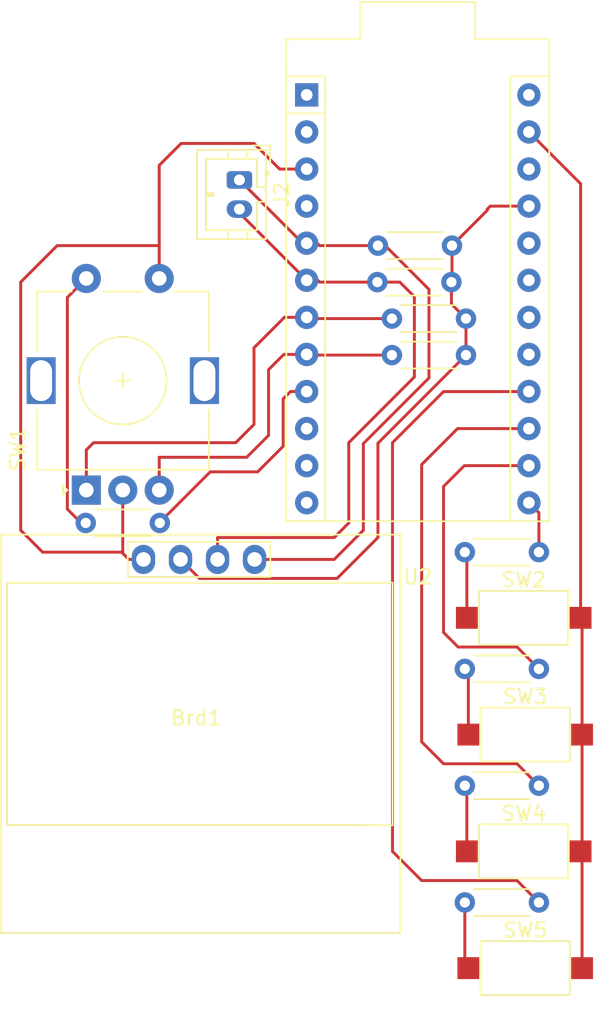
<source format=kicad_pcb>
(kicad_pcb (version 20241229) (generator "pcbnew") (generator_version "9.0")
  (layers (0 "F.Cu" signal) (2 "B.Cu" signal) (13 "F.Paste" user) (15 "B.Paste" user) (5 "F.SilkS" user "F.Silkscreen") (7 "B.SilkS" user "B.Silkscreen") (1 "F.Mask" user) (3 "B.Mask" user) (25 "Edge.Cuts" user))
  (net 0 "")
  (net 1 "VCC")
  (net 2 "GND")
  (net 3 "SDA")
  (net 4 "SCL")
  (net 5 "Net-(R1-Pad2)")
  (net 6 "SW")
  (net 7 "DT")
  (net 8 "CLK")
  (net 9 "Net-(R4-Pad1)")
  (net 10 "Net-(U2-~D10{slash}A10)")
  (net 11 "Net-(R5-Pad1)")
  (net 12 "Net-(U2-D16)")
  (net 13 "Net-(R6-Pad1)")
  (net 14 "Net-(U2-D14)")
  (net 15 "Net-(U2-D15)")
  (net 16 "Net-(R7-Pad1)")
  (footprint "Button_Switch_SMD:SW_SPST_CK_RS282G05A3" (layer "F.Cu") (at 107.5 113)
    (property "Reference" "SW4" (at 0 -2.6 0) (layer "F.SilkS"))
    (property "Value" "H" (hide yes))
    (fp_line (start -3.06 -1.85) (end 3.06 -1.85) (stroke (width 0.12)) (layer "F.SilkS"))
    (fp_line (start -3.06 1.85) (end -3.06 -1.85) (stroke (width 0.12)) (layer "F.SilkS"))
    (fp_line (start 3.06 -1.85) (end 3.06 1.85) (stroke (width 0.12)) (layer "F.SilkS"))
    (fp_line (start 3.06 1.85) (end -3.06 1.85) (stroke (width 0.12)) (layer "F.SilkS"))
    (pad "1" smd rect (at -3.9 0) (size 1.5 1.5) (layers "F.Cu" "F.Mask" "F.Paste") (net 13 "Net-(R6-Pad1)"))
    (pad "2" smd rect (at 3.9 0) (size 1.5 1.5) (layers "F.Cu" "F.Mask" "F.Paste") (net 2 "GND"))
  )
  (footprint "Resistor_THT:R_Axial_DIN0204_L3.6mm_D1.6mm_P5.08mm_Horizontal" (layer "F.Cu") (at 102.58 71.5 180)
    (property "Reference" "R8" (hide yes))
    (property "Value" "10K" (hide yes))
    (fp_line (start 0.62 0.92) (end 4.46 0.92) (stroke (width 0.12)) (layer "F.SilkS"))
    (fp_line (start 0.62 -0.92) (end 4.46 -0.92) (stroke (width 0.12)) (layer "F.SilkS"))
    (pad "1" thru_hole circle (at 0 0 180) (size 1.4 1.4) (drill 0.7) (layers "*.Cu" "*.Mask") (net 1 "VCC"))
    (pad "2" thru_hole circle (at 5.08 0 180) (size 1.4 1.4) (drill 0.7) (layers "*.Cu" "*.Mask") (net 3 "SDA"))
  )
  (footprint "Resistor_THT:R_Axial_DIN0204_L3.6mm_D1.6mm_P5.08mm_Horizontal" (layer "F.Cu") (at 103.46 100.5)
    (property "Reference" "R5" (hide yes))
    (property "Value" "10K" (hide yes))
    (fp_line (start 0.62 -0.92) (end 4.46 -0.92) (stroke (width 0.12)) (layer "F.SilkS"))
    (fp_line (start 0.62 0.92) (end 4.46 0.92) (stroke (width 0.12)) (layer "F.SilkS"))
    (pad "1" thru_hole circle (at 0 0) (size 1.4 1.4) (drill 0.7) (layers "*.Cu" "*.Mask") (net 11 "Net-(R5-Pad1)"))
    (pad "2" thru_hole circle (at 5.08 0) (size 1.4 1.4) (drill 0.7) (layers "*.Cu" "*.Mask") (net 12 "Net-(U2-D16)"))
  )
  (footprint "Resistor_THT:R_Axial_DIN0204_L3.6mm_D1.6mm_P5.08mm_Horizontal" (layer "F.Cu") (at 103.46 108.5)
    (property "Reference" "R6" (hide yes))
    (property "Value" "10K" (hide yes))
    (fp_line (start 0.62 -0.92) (end 4.46 -0.92) (stroke (width 0.12)) (layer "F.SilkS"))
    (fp_line (start 0.62 0.92) (end 4.46 0.92) (stroke (width 0.12)) (layer "F.SilkS"))
    (pad "1" thru_hole circle (at 0 0) (size 1.4 1.4) (drill 0.7) (layers "*.Cu" "*.Mask") (net 13 "Net-(R6-Pad1)"))
    (pad "2" thru_hole circle (at 5.08 0) (size 1.4 1.4) (drill 0.7) (layers "*.Cu" "*.Mask") (net 14 "Net-(U2-D14)"))
  )
  (footprint "Resistor_THT:R_Axial_DIN0204_L3.6mm_D1.6mm_P5.08mm_Horizontal" (layer "F.Cu") (at 102.54 74 180)
    (property "Reference" "R9" (hide yes))
    (property "Value" "10K" (hide yes))
    (fp_line (start 0.62 0.92) (end 4.46 0.92) (stroke (width 0.12)) (layer "F.SilkS"))
    (fp_line (start 0.62 -0.92) (end 4.46 -0.92) (stroke (width 0.12)) (layer "F.SilkS"))
    (pad "1" thru_hole circle (at 0 0 180) (size 1.4 1.4) (drill 0.7) (layers "*.Cu" "*.Mask") (net 1 "VCC"))
    (pad "2" thru_hole circle (at 5.08 0 180) (size 1.4 1.4) (drill 0.7) (layers "*.Cu" "*.Mask") (net 4 "SCL"))
  )
  (footprint "Button_Switch_SMD:SW_SPST_CK_RS282G05A3" (layer "F.Cu") (at 107.6 105)
    (property "Reference" "SW3" (at 0 -2.6 0) (layer "F.SilkS"))
    (property "Value" "Down" (hide yes))
    (fp_line (start -3.06 -1.85) (end 3.06 -1.85) (stroke (width 0.12)) (layer "F.SilkS"))
    (fp_line (start -3.06 1.85) (end -3.06 -1.85) (stroke (width 0.12)) (layer "F.SilkS"))
    (fp_line (start 3.06 -1.85) (end 3.06 1.85) (stroke (width 0.12)) (layer "F.SilkS"))
    (fp_line (start 3.06 1.85) (end -3.06 1.85) (stroke (width 0.12)) (layer "F.SilkS"))
    (pad "1" smd rect (at -3.9 0) (size 1.5 1.5) (layers "F.Cu" "F.Mask" "F.Paste") (net 11 "Net-(R5-Pad1)"))
    (pad "2" smd rect (at 3.9 0) (size 1.5 1.5) (layers "F.Cu" "F.Mask" "F.Paste") (net 2 "GND"))
  )
  (footprint "kicad-lib-arduino-main:Sparkfun_Pro_Micro" (layer "F.Cu") (at 107.855 89.115 180)
    (property "Reference" "U2" (at 7.62 -5.08 0) (layer "F.SilkS"))
    (property "Value" "Sparkfun_Pro_Micro")
    (fp_line (start 16.637 31.75) (end 16.64 -1.27) (stroke (width 0.12)) (layer "F.SilkS"))
    (fp_line (start 16.637 -1.27) (end 1.27 -1.27) (stroke (width 0.12)) (layer "F.SilkS"))
    (fp_line (start 13.97 29.21) (end 16.64 29.21) (stroke (width 0.12)) (layer "F.SilkS"))
    (fp_line (start 13.97 26.67) (end 16.64 26.67) (stroke (width 0.12)) (layer "F.SilkS"))
    (fp_line (start 13.97 -1.27) (end 16.64 -1.27) (stroke (width 0.12)) (layer "F.SilkS"))
    (fp_line (start 13.97 -1.27) (end 13.97 29.21) (stroke (width 0.12)) (layer "F.SilkS"))
    (fp_line (start 11.557 34.29) (end 11.557 31.75) (stroke (width 0.12)) (layer "F.SilkS"))
    (fp_line (start 11.557 31.75) (end 16.637 31.75) (stroke (width 0.12)) (layer "F.SilkS"))
    (fp_line (start 3.683 34.29) (end 11.557 34.29) (stroke (width 0.12)) (layer "F.SilkS"))
    (fp_line (start 3.683 34.29) (end 3.683 31.75) (stroke (width 0.12)) (layer "F.SilkS"))
    (fp_line (start 1.27 29.21) (end -1.4 29.21) (stroke (width 0.12)) (layer "F.SilkS"))
    (fp_line (start 1.27 1.27) (end 1.27 29.21) (stroke (width 0.12)) (layer "F.SilkS"))
    (fp_line (start 1.27 1.27) (end 1.27 -1.27) (stroke (width 0.12)) (layer "F.SilkS"))
    (fp_line (start 1.27 -1.27) (end -1.397 -1.27) (stroke (width 0.12)) (layer "F.SilkS"))
    (fp_line (start -1.397 31.75) (end 3.683 31.75) (stroke (width 0.12)) (layer "F.SilkS"))
    (fp_line (start -1.397 -1.27) (end -1.397 31.75) (stroke (width 0.12)) (layer "F.SilkS"))
    (pad "1" thru_hole rect (at 15.24 27.94 180) (size 1.6 1.6) (drill 0.8) (layers "*.Cu" "*.Mask"))
    (pad "2" thru_hole oval (at 15.24 25.4 180) (size 1.6 1.6) (drill 0.8) (layers "*.Cu" "*.Mask"))
    (pad "3" thru_hole oval (at 15.24 22.86 180) (size 1.6 1.6) (drill 0.8) (layers "*.Cu" "*.Mask") (net 2 "GND"))
    (pad "4" thru_hole oval (at 15.24 20.32 180) (size 1.6 1.6) (drill 0.8) (layers "*.Cu" "*.Mask"))
    (pad "5" thru_hole oval (at 15.24 17.78 180) (size 1.6 1.6) (drill 0.8) (layers "*.Cu" "*.Mask") (net 3 "SDA"))
    (pad "6" thru_hole oval (at 15.24 15.24 180) (size 1.6 1.6) (drill 0.8) (layers "*.Cu" "*.Mask") (net 4 "SCL"))
    (pad "7" thru_hole oval (at 15.24 12.7 180) (size 1.6 1.6) (drill 0.8) (layers "*.Cu" "*.Mask") (net 7 "DT"))
    (pad "8" thru_hole oval (at 15.24 10.16 180) (size 1.6 1.6) (drill 0.8) (layers "*.Cu" "*.Mask") (net 8 "CLK"))
    (pad "9" thru_hole oval (at 15.24 7.62 180) (size 1.6 1.6) (drill 0.8) (layers "*.Cu" "*.Mask") (net 6 "SW"))
    (pad "10" thru_hole oval (at 15.24 5.08 180) (size 1.6 1.6) (drill 0.8) (layers "*.Cu" "*.Mask"))
    (pad "11" thru_hole oval (at 15.24 2.54 180) (size 1.6 1.6) (drill 0.8) (layers "*.Cu" "*.Mask"))
    (pad "12" thru_hole oval (at 15.24 0 180) (size 1.6 1.6) (drill 0.8) (layers "*.Cu" "*.Mask"))
    (pad "13" thru_hole oval (at 0 0 180) (size 1.6 1.6) (drill 0.8) (layers "*.Cu" "*.Mask") (net 10 "Net-(U2-~D10{slash}A10)"))
    (pad "14" thru_hole oval (at 0 2.54 180) (size 1.6 1.6) (drill 0.8) (layers "*.Cu" "*.Mask") (net 12 "Net-(U2-D16)"))
    (pad "15" thru_hole oval (at 0 5.08 180) (size 1.6 1.6) (drill 0.8) (layers "*.Cu" "*.Mask") (net 14 "Net-(U2-D14)"))
    (pad "16" thru_hole oval (at 0 7.62 180) (size 1.6 1.6) (drill 0.8) (layers "*.Cu" "*.Mask") (net 15 "Net-(U2-D15)"))
    (pad "17" thru_hole oval (at 0 10.16 180) (size 1.6 1.6) (drill 0.8) (layers "*.Cu" "*.Mask"))
    (pad "18" thru_hole oval (at 0 12.7 180) (size 1.6 1.6) (drill 0.8) (layers "*.Cu" "*.Mask"))
    (pad "19" thru_hole oval (at 0 15.24 180) (size 1.6 1.6) (drill 0.8) (layers "*.Cu" "*.Mask"))
    (pad "20" thru_hole oval (at 0 17.78 180) (size 1.6 1.6) (drill 0.8) (layers "*.Cu" "*.Mask"))
    (pad "21" thru_hole oval (at 0 20.32 180) (size 1.6 1.6) (drill 0.8) (layers "*.Cu" "*.Mask") (net 1 "VCC"))
    (pad "22" thru_hole oval (at 0 22.86 180) (size 1.6 1.6) (drill 0.8) (layers "*.Cu" "*.Mask"))
    (pad "23" thru_hole oval (at 0 25.4 180) (size 1.6 1.6) (drill 0.8) (layers "*.Cu" "*.Mask") (net 2 "GND"))
    (pad "24" thru_hole oval (at 0 27.94 180) (size 1.6 1.6) (drill 0.8) (layers "*.Cu" "*.Mask"))
  )
  (footprint "SSD1306:128x64OLED" (layer "F.Cu") (at 85.04 103.6)
    (property "Reference" "Brd1" (at 0 0.254 0) (layer "F.SilkS"))
    (property "Value" "SSD1306")
    (fp_line (start -13.4 -12.3) (end 14 -12.3) (stroke (width 0.12)) (layer "F.SilkS"))
    (fp_line (start -13.4 15) (end -13.4 -12.3) (stroke (width 0.12)) (layer "F.SilkS"))
    (fp_line (start -12.978 -9.005) (end 10.122 -9.005) (stroke (width 0.12)) (layer "F.SilkS"))
    (fp_line (start -12.978 7.595) (end -12.978 -9.005) (stroke (width 0.12)) (layer "F.SilkS"))
    (fp_line (start -4.699 -11.811) (end -4.699 -9.398) (stroke (width 0.12)) (layer "F.SilkS"))
    (fp_line (start -4.699 -11.811) (end 5.08 -11.811) (stroke (width 0.12)) (layer "F.SilkS"))
    (fp_line (start 5.08 -11.811) (end 5.08 -9.398) (stroke (width 0.12)) (layer "F.SilkS"))
    (fp_line (start 5.08 -9.398) (end -4.699 -9.398) (stroke (width 0.12)) (layer "F.SilkS"))
    (fp_line (start 10.122 -9.005) (end 13.208 -9.005) (stroke (width 0.12)) (layer "F.SilkS"))
    (fp_line (start 10.122 7.595) (end -12.978 7.595) (stroke (width 0.12)) (layer "F.SilkS"))
    (fp_line (start 10.122 7.595) (end 13.462 7.62) (stroke (width 0.12)) (layer "F.SilkS"))
    (fp_line (start 13.462 -9.017) (end 13.208 -9.005) (stroke (width 0.12)) (layer "F.SilkS"))
    (fp_line (start 13.462 7.62) (end 13.462 -9.017) (stroke (width 0.12)) (layer "F.SilkS"))
    (fp_line (start 14 -12.3) (end 14 15) (stroke (width 0.12)) (layer "F.SilkS"))
    (fp_line (start 14 15) (end -13.4 15) (stroke (width 0.12)) (layer "F.SilkS"))
    (pad "1" thru_hole oval (at -3.62 -10.6 90) (size 2 1.6) (drill 1) (layers "*.Cu" "*.Mask") (net 2 "GND"))
    (pad "2" thru_hole oval (at -1.08 -10.6 90) (size 2 1.6) (drill 1) (layers "*.Cu" "*.Mask") (net 1 "VCC"))
    (pad "3" thru_hole oval (at 1.46 -10.6 90) (size 2 1.6) (drill 1) (layers "*.Cu" "*.Mask") (net 4 "SCL"))
    (pad "4" thru_hole oval (at 4 -10.6 90) (size 2 1.6) (drill 1) (layers "*.Cu" "*.Mask") (net 3 "SDA"))
  )
  (footprint "Rotary_Encoder:RotaryEncoder_Alps_EC11E-Switch_Vertical_H20mm" (layer "F.Cu") (at 77.5 88.25 90)
    (property "Reference" "SW1" (at 2.8 -4.7 90) (layer "F.SilkS"))
    (property "Value" "RotaryEncoder")
    (fp_line (start 13.6 -3.4) (end 13.6 -1) (stroke (width 0.12)) (layer "F.SilkS"))
    (fp_line (start 9.5 -3.4) (end 13.6 -3.4) (stroke (width 0.12)) (layer "F.SilkS"))
    (fp_line (start 5.5 -3.4) (end 1.4 -3.4) (stroke (width 0.12)) (layer "F.SilkS"))
    (fp_line (start 1.4 -3.4) (end 1.4 8.4) (stroke (width 0.12)) (layer "F.SilkS"))
    (fp_line (start 0.3 -1.6) (end 0 -1.3) (stroke (width 0.12)) (layer "F.SilkS"))
    (fp_line (start -0.3 -1.6) (end 0.3 -1.6) (stroke (width 0.12)) (layer "F.SilkS"))
    (fp_line (start 0 -1.3) (end -0.3 -1.6) (stroke (width 0.12)) (layer "F.SilkS"))
    (fp_line (start 13.6 1.2) (end 13.6 3.8) (stroke (width 0.12)) (layer "F.SilkS"))
    (fp_line (start 7.5 2) (end 7.5 3) (stroke (width 0.12)) (layer "F.SilkS"))
    (fp_line (start 7 2.5) (end 8 2.5) (stroke (width 0.12)) (layer "F.SilkS"))
    (fp_line (start 13.6 6) (end 13.6 8.4) (stroke (width 0.12)) (layer "F.SilkS"))
    (fp_line (start 13.6 8.4) (end 9.5 8.4) (stroke (width 0.12)) (layer "F.SilkS"))
    (fp_line (start 5.5 8.4) (end 1.4 8.4) (stroke (width 0.12)) (layer "F.SilkS"))
    (fp_circle (center 7.5 2.5) (end 10.5 2.5) (stroke (width 0.12)) (fill no) (layer "F.SilkS"))
    (pad "A" thru_hole rect (at 0 0 90) (size 2 2) (drill 1) (layers "*.Cu" "*.Mask") (net 7 "DT"))
    (pad "B" thru_hole circle (at 0 5 90) (size 2 2) (drill 1) (layers "*.Cu" "*.Mask") (net 8 "CLK"))
    (pad "C" thru_hole circle (at 0 2.5 90) (size 2 2) (drill 1) (layers "*.Cu" "*.Mask") (net 2 "GND"))
    (pad "MP" thru_hole rect (at 7.5 -3.1 90) (size 3.2 2) (drill oval 2.8 1.5) (layers "*.Cu" "*.Mask"))
    (pad "MP" thru_hole rect (at 7.5 8.1 90) (size 3.2 2) (drill oval 2.8 1.5) (layers "*.Cu" "*.Mask"))
    (pad "S1" thru_hole circle (at 14.5 5 90) (size 2 2) (drill 1) (layers "*.Cu" "*.Mask") (net 2 "GND"))
    (pad "S2" thru_hole circle (at 14.5 0 90) (size 2 2) (drill 1) (layers "*.Cu" "*.Mask") (net 5 "Net-(R1-Pad2)"))
  )
  (footprint "Resistor_THT:R_Axial_DIN0204_L3.6mm_D1.6mm_P5.08mm_Horizontal" (layer "F.Cu") (at 103.46 92.5)
    (property "Reference" "R4" (hide yes))
    (property "Value" "10K" (hide yes))
    (fp_line (start 0.62 -0.92) (end 4.46 -0.92) (stroke (width 0.12)) (layer "F.SilkS"))
    (fp_line (start 0.62 0.92) (end 4.46 0.92) (stroke (width 0.12)) (layer "F.SilkS"))
    (pad "1" thru_hole circle (at 0 0) (size 1.4 1.4) (drill 0.7) (layers "*.Cu" "*.Mask") (net 9 "Net-(R4-Pad1)"))
    (pad "2" thru_hole circle (at 5.08 0) (size 1.4 1.4) (drill 0.7) (layers "*.Cu" "*.Mask") (net 10 "Net-(U2-~D10{slash}A10)"))
  )
  (footprint "Resistor_THT:R_Axial_DIN0204_L3.6mm_D1.6mm_P5.08mm_Horizontal" (layer "F.Cu") (at 82.54 90.5 180)
    (property "Reference" "R1" (hide yes))
    (property "Value" "10K" (hide yes))
    (fp_line (start 0.62 0.92) (end 4.46 0.92) (stroke (width 0.12)) (layer "F.SilkS"))
    (fp_line (start 0.62 -0.92) (end 4.46 -0.92) (stroke (width 0.12)) (layer "F.SilkS"))
    (pad "1" thru_hole circle (at 0 0 180) (size 1.4 1.4) (drill 0.7) (layers "*.Cu" "*.Mask") (net 6 "SW"))
    (pad "2" thru_hole circle (at 5.08 0 180) (size 1.4 1.4) (drill 0.7) (layers "*.Cu" "*.Mask") (net 5 "Net-(R1-Pad2)"))
  )
  (footprint "Resistor_THT:R_Axial_DIN0204_L3.6mm_D1.6mm_P5.08mm_Horizontal" (layer "F.Cu") (at 103.54 76.5 180)
    (property "Reference" "R2" (hide yes))
    (property "Value" "10K" (hide yes))
    (fp_line (start 0.62 0.92) (end 4.46 0.92) (stroke (width 0.12)) (layer "F.SilkS"))
    (fp_line (start 0.62 -0.92) (end 4.46 -0.92) (stroke (width 0.12)) (layer "F.SilkS"))
    (pad "1" thru_hole circle (at 0 0 180) (size 1.4 1.4) (drill 0.7) (layers "*.Cu" "*.Mask") (net 1 "VCC"))
    (pad "2" thru_hole circle (at 5.08 0 180) (size 1.4 1.4) (drill 0.7) (layers "*.Cu" "*.Mask") (net 7 "DT"))
  )
  (footprint "Resistor_THT:R_Axial_DIN0204_L3.6mm_D1.6mm_P5.08mm_Horizontal" (layer "F.Cu") (at 98.46 79)
    (property "Reference" "R3" (hide yes))
    (property "Value" "10K" (hide yes))
    (fp_line (start 0.62 -0.92) (end 4.46 -0.92) (stroke (width 0.12)) (layer "F.SilkS"))
    (fp_line (start 0.62 0.92) (end 4.46 0.92) (stroke (width 0.12)) (layer "F.SilkS"))
    (pad "1" thru_hole circle (at 0 0) (size 1.4 1.4) (drill 0.7) (layers "*.Cu" "*.Mask") (net 8 "CLK"))
    (pad "2" thru_hole circle (at 5.08 0) (size 1.4 1.4) (drill 0.7) (layers "*.Cu" "*.Mask") (net 1 "VCC"))
  )
  (footprint "Resistor_THT:R_Axial_DIN0204_L3.6mm_D1.6mm_P5.08mm_Horizontal" (layer "F.Cu") (at 103.46 116.5)
    (property "Reference" "R7" (hide yes))
    (property "Value" "10K" (hide yes))
    (fp_line (start 0.62 -0.92) (end 4.46 -0.92) (stroke (width 0.12)) (layer "F.SilkS"))
    (fp_line (start 0.62 0.92) (end 4.46 0.92) (stroke (width 0.12)) (layer "F.SilkS"))
    (pad "1" thru_hole circle (at 0 0) (size 1.4 1.4) (drill 0.7) (layers "*.Cu" "*.Mask") (net 16 "Net-(R7-Pad1)"))
    (pad "2" thru_hole circle (at 5.08 0) (size 1.4 1.4) (drill 0.7) (layers "*.Cu" "*.Mask") (net 15 "Net-(U2-D15)"))
  )
  (footprint "Button_Switch_SMD:SW_SPST_CK_RS282G05A3" (layer "F.Cu") (at 107.5 97)
    (property "Reference" "SW2" (at 0 -2.6 0) (layer "F.SilkS"))
    (property "Value" "Up" (hide yes))
    (fp_line (start -3.06 -1.85) (end 3.06 -1.85) (stroke (width 0.12)) (layer "F.SilkS"))
    (fp_line (start -3.06 1.85) (end -3.06 -1.85) (stroke (width 0.12)) (layer "F.SilkS"))
    (fp_line (start 3.06 -1.85) (end 3.06 1.85) (stroke (width 0.12)) (layer "F.SilkS"))
    (fp_line (start 3.06 1.85) (end -3.06 1.85) (stroke (width 0.12)) (layer "F.SilkS"))
    (pad "1" smd rect (at -3.9 0) (size 1.5 1.5) (layers "F.Cu" "F.Mask" "F.Paste") (net 9 "Net-(R4-Pad1)"))
    (pad "2" smd rect (at 3.9 0) (size 1.5 1.5) (layers "F.Cu" "F.Mask" "F.Paste") (net 2 "GND"))
  )
  (footprint "Button_Switch_SMD:SW_SPST_CK_RS282G05A3" (layer "F.Cu") (at 107.6 121)
    (property "Reference" "SW5" (at 0 -2.6 0) (layer "F.SilkS"))
    (property "Value" "*")
    (fp_line (start -3.06 -1.85) (end 3.06 -1.85) (stroke (width 0.12)) (layer "F.SilkS"))
    (fp_line (start -3.06 1.85) (end -3.06 -1.85) (stroke (width 0.12)) (layer "F.SilkS"))
    (fp_line (start 3.06 -1.85) (end 3.06 1.85) (stroke (width 0.12)) (layer "F.SilkS"))
    (fp_line (start 3.06 1.85) (end -3.06 1.85) (stroke (width 0.12)) (layer "F.SilkS"))
    (pad "1" smd rect (at -3.9 0) (size 1.5 1.5) (layers "F.Cu" "F.Mask" "F.Paste") (net 16 "Net-(R7-Pad1)"))
    (pad "2" smd rect (at 3.9 0) (size 1.5 1.5) (layers "F.Cu" "F.Mask" "F.Paste") (net 2 "GND"))
  )
  (footprint "Connector_JST:JST_PH_B2B-PH-K_1x02_P2.00mm_Vertical" (layer "F.Cu") (at 88 67 -90)
    (property "Reference" "J2" (at 1 -2.9 90) (layer "F.SilkS"))
    (property "Value" "Conn_01x02_Socket" (hide yes))
    (fp_line (start -2.06 2.91) (end 4.06 2.91) (stroke (width 0.12)) (layer "F.SilkS"))
    (fp_line (start 4.06 2.91) (end 4.06 -1.81) (stroke (width 0.12)) (layer "F.SilkS"))
    (fp_line (start -1.45 2.3) (end 3.45 2.3) (stroke (width 0.12)) (layer "F.SilkS"))
    (fp_line (start 0.9 2.3) (end 0.9 1.8) (stroke (width 0.12)) (layer "F.SilkS"))
    (fp_line (start 1 2.3) (end 1 1.8) (stroke (width 0.12)) (layer "F.SilkS"))
    (fp_line (start 3.45 2.3) (end 3.45 -1.2) (stroke (width 0.12)) (layer "F.SilkS"))
    (fp_line (start 0.9 1.8) (end 1.1 1.8) (stroke (width 0.12)) (layer "F.SilkS"))
    (fp_line (start 1.1 1.8) (end 1.1 2.3) (stroke (width 0.12)) (layer "F.SilkS"))
    (fp_line (start -2.06 0.8) (end -1.45 0.8) (stroke (width 0.12)) (layer "F.SilkS"))
    (fp_line (start 4.06 0.8) (end 3.45 0.8) (stroke (width 0.12)) (layer "F.SilkS"))
    (fp_line (start -2.06 -0.5) (end -1.45 -0.5) (stroke (width 0.12)) (layer "F.SilkS"))
    (fp_line (start 4.06 -0.5) (end 3.45 -0.5) (stroke (width 0.12)) (layer "F.SilkS"))
    (fp_line (start -1.45 -1.2) (end -1.45 2.3) (stroke (width 0.12)) (layer "F.SilkS"))
    (fp_line (start 0.5 -1.2) (end -1.45 -1.2) (stroke (width 0.12)) (layer "F.SilkS"))
    (fp_line (start 1.5 -1.2) (end 1.5 -1.81) (stroke (width 0.12)) (layer "F.SilkS"))
    (fp_line (start 3.45 -1.2) (end 1.5 -1.2) (stroke (width 0.12)) (layer "F.SilkS"))
    (fp_line (start -2.06 -1.81) (end -2.06 2.91) (stroke (width 0.12)) (layer "F.SilkS"))
    (fp_line (start -0.3 -1.81) (end -0.3 -2.01) (stroke (width 0.12)) (layer "F.SilkS"))
    (fp_line (start 0.5 -1.81) (end 0.5 -1.2) (stroke (width 0.12)) (layer "F.SilkS"))
    (fp_line (start 4.06 -1.81) (end -2.06 -1.81) (stroke (width 0.12)) (layer "F.SilkS"))
    (fp_line (start -0.3 -1.91) (end -0.6 -1.91) (stroke (width 0.12)) (layer "F.SilkS"))
    (fp_line (start -0.6 -2.01) (end -0.6 -1.81) (stroke (width 0.12)) (layer "F.SilkS"))
    (fp_line (start -0.3 -2.01) (end -0.6 -2.01) (stroke (width 0.12)) (layer "F.SilkS"))
    (fp_line (start -2.36 -2.11) (end -2.36 -0.86) (stroke (width 0.12)) (layer "F.SilkS"))
    (fp_line (start -1.11 -2.11) (end -2.36 -2.11) (stroke (width 0.12)) (layer "F.SilkS"))
    (pad "1" thru_hole roundrect (at 0 0 270) (size 1.2 1.75) (drill 0.75) (layers "*.Cu" "*.Mask") (roundrect_rratio 0.208333) (net 3 "SDA"))
    (pad "2" thru_hole oval (at 2 0 270) (size 1.2 1.75) (drill 0.75) (layers "*.Cu" "*.Mask") (net 4 "SCL"))
  )
  (segment (start 103.54 79) (end 97.5 85.04) (width 0.2) (layer "F.Cu") (net 1))
  (segment (start 102.54 75.5) (end 103.54 76.5) (width 0.2) (layer "F.Cu") (net 1))
  (segment (start 107.855 68.795) (end 105.205 68.795) (width 0.2) (layer "F.Cu") (net 1))
  (segment (start 102.54 74) (end 102.54 75.5) (width 0.2) (layer "F.Cu") (net 1))
  (segment (start 94.699 94.301) (end 85.261 94.301) (width 0.2) (layer "F.Cu") (net 1))
  (segment (start 102.58 73.96) (end 102.54 74) (width 0.2) (layer "F.Cu") (net 1))
  (segment (start 102.58 71.5) (end 102.58 73.96) (width 0.2) (layer "F.Cu") (net 1))
  (segment (start 97.5 85.04) (end 97.5 91.5) (width 0.2) (layer "F.Cu") (net 1))
  (segment (start 97.5 91.5) (end 94.699 94.301) (width 0.2) (layer "F.Cu") (net 1))
  (segment (start 102.04 71.5) (end 102.04 71.46) (width 0.2) (layer "F.Cu") (net 1))
  (segment (start 85.261 94.301) (end 83.96 93) (width 0.2) (layer "F.Cu") (net 1))
  (segment (start 103.54 76.5) (end 103.54 79) (width 0.2) (layer "F.Cu") (net 1))
  (segment (start 105.205 68.795) (end 105 69) (width 0.2) (layer "F.Cu") (net 1))
  (segment (start 105 69) (end 105 69.08) (width 0.2) (layer "F.Cu") (net 1))
  (segment (start 102 71.54) (end 102.04 71.5) (width 0.2) (layer "F.Cu") (net 1))
  (segment (start 105 69.08) (end 102.58 71.5) (width 0.2) (layer "F.Cu") (net 1))
  (segment (start 74.5 92.5) (end 79.92 92.5) (width 0.2) (layer "F.Cu") (net 2))
  (segment (start 82.5 66) (end 82.5 71.5) (width 0.2) (layer "F.Cu") (net 2))
  (segment (start 90.755 66.255) (end 89 64.5) (width 0.2) (layer "F.Cu") (net 2))
  (segment (start 75.5 71.5) (end 73 74) (width 0.2) (layer "F.Cu") (net 2))
  (segment (start 111.5 121) (end 111.5 97.1) (width 0.2) (layer "F.Cu") (net 2))
  (segment (start 82.5 71.5) (end 75.5 71.5) (width 0.2) (layer "F.Cu") (net 2))
  (segment (start 73 74) (end 73 91) (width 0.2) (layer "F.Cu") (net 2))
  (segment (start 73 91) (end 74.5 92.5) (width 0.2) (layer "F.Cu") (net 2))
  (segment (start 80 92.5) (end 80 88.25) (width 0.2) (layer "F.Cu") (net 2))
  (segment (start 89 64.5) (end 84 64.5) (width 0.2) (layer "F.Cu") (net 2))
  (segment (start 107.855 63.715) (end 111.4 67.26) (width 0.2) (layer "F.Cu") (net 2))
  (segment (start 111.4 67.26) (end 111.4 97) (width 0.2) (layer "F.Cu") (net 2))
  (segment (start 82.5 71.5) (end 82.5 73.75) (width 0.2) (layer "F.Cu") (net 2))
  (segment (start 80.42 93) (end 81.42 93) (width 0.2) (layer "F.Cu") (net 2))
  (segment (start 84 64.5) (end 82.5 66) (width 0.2) (layer "F.Cu") (net 2))
  (segment (start 92.615 66.255) (end 90.755 66.255) (width 0.2) (layer "F.Cu") (net 2))
  (segment (start 79.92 92.5) (end 80.42 93) (width 0.2) (layer "F.Cu") (net 2))
  (segment (start 111.5 97.1) (end 111.4 97) (width 0.2) (layer "F.Cu") (net 2))
  (segment (start 79.96 92.54) (end 80 92.5) (width 0.2) (layer "F.Cu") (net 2))
  (segment (start 93.5 71.5) (end 97.5 71.5) (width 0.2) (layer "F.Cu") (net 3))
  (segment (start 88 67) (end 92.335 71.335) (width 0.2) (layer "F.Cu") (net 3))
  (segment (start 92.335 71.335) (end 92.615 71.335) (width 0.2) (layer "F.Cu") (net 3))
  (segment (start 98 71.5) (end 101 74.5) (width 0.2) (layer "F.Cu") (net 3))
  (segment (start 96.96 71.5) (end 98 71.5) (width 0.2) (layer "F.Cu") (net 3))
  (segment (start 101 74.5) (end 101 80.5671) (width 0.2) (layer "F.Cu") (net 3))
  (segment (start 94.5 93) (end 89.04 93) (width 0.2) (layer "F.Cu") (net 3))
  (segment (start 92.615 71.335) (end 93.335 71.335) (width 0.2) (layer "F.Cu") (net 3))
  (segment (start 101 80.5671) (end 96.5 85.0671) (width 0.2) (layer "F.Cu") (net 3))
  (segment (start 93.335 71.335) (end 93.5 71.5) (width 0.2) (layer "F.Cu") (net 3))
  (segment (start 96.5 85.0671) (end 96.5 91) (width 0.2) (layer "F.Cu") (net 3))
  (segment (start 96.5 91) (end 94.5 93) (width 0.2) (layer "F.Cu") (net 3))
  (segment (start 99 74) (end 96.92 74) (width 0.2) (layer "F.Cu") (net 4))
  (segment (start 88 69.26) (end 92.615 73.875) (width 0.2) (layer "F.Cu") (net 4))
  (segment (start 93.375 73.875) (end 93.5 74) (width 0.2) (layer "F.Cu") (net 4))
  (segment (start 100 75) (end 99 74) (width 0.2) (layer "F.Cu") (net 4))
  (segment (start 95.5 90.5) (end 95.5 85) (width 0.2) (layer "F.Cu") (net 4))
  (segment (start 88 69) (end 88 69.26) (width 0.2) (layer "F.Cu") (net 4))
  (segment (start 86.5 93) (end 86.5 91.5) (width 0.2) (layer "F.Cu") (net 4))
  (segment (start 86.5 91.5) (end 94.5 91.5) (width 0.2) (layer "F.Cu") (net 4))
  (segment (start 95.5 85) (end 100 80.5) (width 0.2) (layer "F.Cu") (net 4))
  (segment (start 100 80.5) (end 100 75) (width 0.2) (layer "F.Cu") (net 4))
  (segment (start 92.615 73.875) (end 93.375 73.875) (width 0.2) (layer "F.Cu") (net 4))
  (segment (start 93.5 74) (end 97.46 74) (width 0.2) (layer "F.Cu") (net 4))
  (segment (start 94.5 91.5) (end 95.5 90.5) (width 0.2) (layer "F.Cu") (net 4))
  (segment (start 76.199 75.051) (end 77.5 73.75) (width 0.2) (layer "F.Cu") (net 5))
  (segment (start 76.199 89.551) (end 76.199 75.051) (width 0.2) (layer "F.Cu") (net 5))
  (segment (start 77.148 90.5) (end 76.199 89.551) (width 0.2) (layer "F.Cu") (net 5))
  (segment (start 77.46 90.5) (end 77.148 90.5) (width 0.2) (layer "F.Cu") (net 5))
  (segment (start 91 82) (end 91 85.25) (width 0.2) (layer "F.Cu") (net 6))
  (segment (start 91 85.25) (end 89.25 87) (width 0.2) (layer "F.Cu") (net 6))
  (segment (start 86 87) (end 82.54 90.46) (width 0.2) (layer "F.Cu") (net 6))
  (segment (start 82.54 90.46) (end 82.54 90.5) (width 0.2) (layer "F.Cu") (net 6))
  (segment (start 89.25 87) (end 86 87) (width 0.2) (layer "F.Cu") (net 6))
  (segment (start 91.505 81.495) (end 91 82) (width 0.2) (layer "F.Cu") (net 6))
  (segment (start 92.615 81.495) (end 91.505 81.495) (width 0.2) (layer "F.Cu") (net 6))
  (segment (start 98.46 76.5) (end 92.7 76.5) (width 0.2) (layer "F.Cu") (net 7))
  (segment (start 78 85) (end 77.5 85.5) (width 0.2) (layer "F.Cu") (net 7))
  (segment (start 89 78.5) (end 89 83.75) (width 0.2) (layer "F.Cu") (net 7))
  (segment (start 92.7 76.5) (end 92.615 76.415) (width 0.2) (layer "F.Cu") (net 7))
  (segment (start 77.5 85.5) (end 77.5 88.25) (width 0.2) (layer "F.Cu") (net 7))
  (segment (start 89 83.75) (end 87.75 85) (width 0.2) (layer "F.Cu") (net 7))
  (segment (start 87.75 85) (end 78 85) (width 0.2) (layer "F.Cu") (net 7))
  (segment (start 91.085 76.415) (end 89 78.5) (width 0.2) (layer "F.Cu") (net 7))
  (segment (start 92.615 76.415) (end 91.085 76.415) (width 0.2) (layer "F.Cu") (net 7))
  (segment (start 82.5 88.25) (end 82.5 86) (width 0.2) (layer "F.Cu") (net 8))
  (segment (start 88.5 86) (end 90 84.5) (width 0.2) (layer "F.Cu") (net 8))
  (segment (start 91.045 78.955) (end 92.615 78.955) (width 0.2) (layer "F.Cu") (net 8))
  (segment (start 90 84.5) (end 90 80) (width 0.2) (layer "F.Cu") (net 8))
  (segment (start 82.5 86) (end 88.5 86) (width 0.2) (layer "F.Cu") (net 8))
  (segment (start 93 79) (end 98.46 79) (width 0.2) (layer "F.Cu") (net 8))
  (segment (start 90 80) (end 91.045 78.955) (width 0.2) (layer "F.Cu") (net 8))
  (segment (start 92.615 78.955) (end 92.955 78.955) (width 0.2) (layer "F.Cu") (net 8))
  (segment (start 92.955 78.955) (end 93 79) (width 0.2) (layer "F.Cu") (net 8))
  (segment (start 103.6 97) (end 103.6 92.64) (width 0.2) (layer "F.Cu") (net 9))
  (segment (start 103.6 92.64) (end 103.46 92.5) (width 0.2) (layer "F.Cu") (net 9))
  (segment (start 108.54 92.5) (end 108.54 89.8) (width 0.2) (layer "F.Cu") (net 10))
  (segment (start 108.54 89.8) (end 107.855 89.115) (width 0.2) (layer "F.Cu") (net 10))
  (segment (start 103.7 100.74) (end 103.46 100.5) (width 0.2) (layer "F.Cu") (net 11))
  (segment (start 103.7 105) (end 103.7 100.74) (width 0.2) (layer "F.Cu") (net 11))
  (segment (start 103 99) (end 102 98) (width 0.2) (layer "F.Cu") (net 12))
  (segment (start 102 98) (end 102 88) (width 0.2) (layer "F.Cu") (net 12))
  (segment (start 108.54 100.5) (end 107.04 99) (width 0.2) (layer "F.Cu") (net 12))
  (segment (start 107.04 99) (end 103 99) (width 0.2) (layer "F.Cu") (net 12))
  (segment (start 103.425 86.575) (end 107.855 86.575) (width 0.2) (layer "F.Cu") (net 12))
  (segment (start 102 88) (end 103.425 86.575) (width 0.2) (layer "F.Cu") (net 12))
  (segment (start 103.6 113) (end 103.6 109.14) (width 0.2) (layer "F.Cu") (net 13))
  (segment (start 103.6 109.14) (end 103.46 109) (width 0.2) (layer "F.Cu") (net 13))
  (segment (start 100.5 105.5) (end 100.5 86.5) (width 0.2) (layer "F.Cu") (net 14))
  (segment (start 102 107) (end 100.5 105.5) (width 0.2) (layer "F.Cu") (net 14))
  (segment (start 102.965 84.035) (end 107.855 84.035) (width 0.2) (layer "F.Cu") (net 14))
  (segment (start 100.5 86.5) (end 102.965 84.035) (width 0.2) (layer "F.Cu") (net 14))
  (segment (start 108.54 108.5) (end 107.04 107) (width 0.2) (layer "F.Cu") (net 14))
  (segment (start 107.04 107) (end 102 107) (width 0.2) (layer "F.Cu") (net 14))
  (segment (start 102 81.5) (end 98.5 85) (width 0.2) (layer "F.Cu") (net 15))
  (segment (start 98.5 85) (end 98.5 113) (width 0.2) (layer "F.Cu") (net 15))
  (segment (start 107.855 81.495) (end 107.85 81.5) (width 0.2) (layer "F.Cu") (net 15))
  (segment (start 107.04 115) (end 108.54 116.5) (width 0.2) (layer "F.Cu") (net 15))
  (segment (start 107.85 81.5) (end 102 81.5) (width 0.2) (layer "F.Cu") (net 15))
  (segment (start 100.5 115) (end 107.04 115) (width 0.2) (layer "F.Cu") (net 15))
  (segment (start 98.5 113) (end 100.5 115) (width 0.2) (layer "F.Cu") (net 15))
  (segment (start 103.46 120.76) (end 103.7 121) (width 0.2) (layer "F.Cu") (net 16))
  (segment (start 103.46 117) (end 103.46 120.76) (width 0.2) (layer "F.Cu") (net 16))
)
</source>
